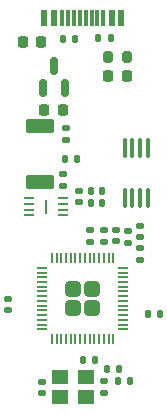
<source format=gbr>
%TF.GenerationSoftware,KiCad,Pcbnew,9.0.1*%
%TF.CreationDate,2026-01-20T01:34:41+00:00*%
%TF.ProjectId,heidi-pico,68656964-692d-4706-9963-6f2e6b696361,rev?*%
%TF.SameCoordinates,Original*%
%TF.FileFunction,Paste,Top*%
%TF.FilePolarity,Positive*%
%FSLAX46Y46*%
G04 Gerber Fmt 4.6, Leading zero omitted, Abs format (unit mm)*
G04 Created by KiCad (PCBNEW 9.0.1) date 2026-01-20 01:34:41*
%MOMM*%
%LPD*%
G01*
G04 APERTURE LIST*
G04 Aperture macros list*
%AMRoundRect*
0 Rectangle with rounded corners*
0 $1 Rounding radius*
0 $2 $3 $4 $5 $6 $7 $8 $9 X,Y pos of 4 corners*
0 Add a 4 corners polygon primitive as box body*
4,1,4,$2,$3,$4,$5,$6,$7,$8,$9,$2,$3,0*
0 Add four circle primitives for the rounded corners*
1,1,$1+$1,$2,$3*
1,1,$1+$1,$4,$5*
1,1,$1+$1,$6,$7*
1,1,$1+$1,$8,$9*
0 Add four rect primitives between the rounded corners*
20,1,$1+$1,$2,$3,$4,$5,0*
20,1,$1+$1,$4,$5,$6,$7,0*
20,1,$1+$1,$6,$7,$8,$9,0*
20,1,$1+$1,$8,$9,$2,$3,0*%
G04 Aperture macros list end*
%ADD10RoundRect,0.040000X-0.040000X-0.605000X0.040000X-0.605000X0.040000X0.605000X-0.040000X0.605000X0*%
%ADD11RoundRect,0.062500X-0.387500X-0.062500X0.387500X-0.062500X0.387500X0.062500X-0.387500X0.062500X0*%
%ADD12RoundRect,0.140000X-0.140000X-0.170000X0.140000X-0.170000X0.140000X0.170000X-0.140000X0.170000X0*%
%ADD13RoundRect,0.135000X-0.185000X0.135000X-0.185000X-0.135000X0.185000X-0.135000X0.185000X0.135000X0*%
%ADD14RoundRect,0.218750X-0.218750X-0.256250X0.218750X-0.256250X0.218750X0.256250X-0.218750X0.256250X0*%
%ADD15RoundRect,0.100000X0.100000X-0.712500X0.100000X0.712500X-0.100000X0.712500X-0.100000X-0.712500X0*%
%ADD16RoundRect,0.150000X0.150000X-0.587500X0.150000X0.587500X-0.150000X0.587500X-0.150000X-0.587500X0*%
%ADD17RoundRect,0.140000X0.170000X-0.140000X0.170000X0.140000X-0.170000X0.140000X-0.170000X-0.140000X0*%
%ADD18RoundRect,0.140000X-0.170000X0.140000X-0.170000X-0.140000X0.170000X-0.140000X0.170000X0.140000X0*%
%ADD19R,0.600000X1.450000*%
%ADD20R,0.300000X1.450000*%
%ADD21RoundRect,0.100000X-1.050000X0.525000X-1.050000X-0.525000X1.050000X-0.525000X1.050000X0.525000X0*%
%ADD22RoundRect,0.249999X-0.395001X-0.395001X0.395001X-0.395001X0.395001X0.395001X-0.395001X0.395001X0*%
%ADD23RoundRect,0.050000X-0.387500X-0.050000X0.387500X-0.050000X0.387500X0.050000X-0.387500X0.050000X0*%
%ADD24RoundRect,0.050000X-0.050000X-0.387500X0.050000X-0.387500X0.050000X0.387500X-0.050000X0.387500X0*%
%ADD25RoundRect,0.135000X0.135000X0.185000X-0.135000X0.185000X-0.135000X-0.185000X0.135000X-0.185000X0*%
%ADD26RoundRect,0.135000X-0.135000X-0.185000X0.135000X-0.185000X0.135000X0.185000X-0.135000X0.185000X0*%
%ADD27R,1.400000X1.200000*%
%ADD28RoundRect,0.200000X0.200000X0.275000X-0.200000X0.275000X-0.200000X-0.275000X0.200000X-0.275000X0*%
%ADD29RoundRect,0.225000X-0.225000X-0.250000X0.225000X-0.250000X0.225000X0.250000X-0.225000X0.250000X0*%
%ADD30RoundRect,0.140000X0.140000X0.170000X-0.140000X0.170000X-0.140000X-0.170000X0.140000X-0.170000X0*%
%ADD31RoundRect,0.225000X0.225000X0.250000X-0.225000X0.250000X-0.225000X-0.250000X0.225000X-0.250000X0*%
G04 APERTURE END LIST*
D10*
%TO.C,U3*%
X89250000Y-97000000D03*
D11*
X87825000Y-96250000D03*
X87825000Y-96750000D03*
X87825000Y-97250000D03*
X87825000Y-97750000D03*
X90675000Y-97750000D03*
X90675000Y-97250000D03*
X90675000Y-96750000D03*
X90675000Y-96250000D03*
%TD*%
D12*
%TO.C,C5*%
X93070000Y-95660000D03*
X94030000Y-95660000D03*
%TD*%
%TO.C,C10*%
X94450000Y-110750000D03*
X95410000Y-110750000D03*
%TD*%
D13*
%TO.C,R6*%
X90960000Y-90360000D03*
X90960000Y-91380000D03*
%TD*%
D14*
%TO.C,D1*%
X94522500Y-85950000D03*
X96097500Y-85950000D03*
%TD*%
D15*
%TO.C,U4*%
X95905000Y-96252500D03*
X96555000Y-96252500D03*
X97205000Y-96252500D03*
X97855000Y-96252500D03*
X97855000Y-92027500D03*
X97205000Y-92027500D03*
X96555000Y-92027500D03*
X95905000Y-92027500D03*
%TD*%
D16*
%TO.C,U2*%
X88960000Y-86967500D03*
X90860000Y-86967500D03*
X89910000Y-85092500D03*
%TD*%
D17*
%TO.C,C7*%
X97180000Y-101480000D03*
X97180000Y-100520000D03*
%TD*%
D12*
%TO.C,C8*%
X97920000Y-106080000D03*
X98880000Y-106080000D03*
%TD*%
D18*
%TO.C,C15*%
X94190000Y-111790000D03*
X94190000Y-112750000D03*
%TD*%
D19*
%TO.C,J1*%
X95600000Y-81007000D03*
X94800000Y-81007000D03*
D20*
X93600000Y-81007000D03*
X92600000Y-81007000D03*
X92100000Y-81007000D03*
X91100000Y-81007000D03*
D19*
X89900000Y-81007000D03*
X89100000Y-81007000D03*
X89100000Y-81007000D03*
X89900000Y-81007000D03*
D20*
X90600000Y-81007000D03*
X91600000Y-81007000D03*
X93100000Y-81007000D03*
X94100000Y-81007000D03*
D19*
X94800000Y-81007000D03*
X95600000Y-81007000D03*
%TD*%
D21*
%TO.C,SW1*%
X88720000Y-94955000D03*
X88720000Y-90205000D03*
%TD*%
D22*
%TO.C,U1*%
X91540000Y-103980000D03*
X91540000Y-105580000D03*
X93140000Y-103980000D03*
X93140000Y-105580000D03*
D23*
X88902500Y-102180000D03*
X88902500Y-102580000D03*
X88902500Y-102980000D03*
X88902500Y-103380000D03*
X88902500Y-103780000D03*
X88902500Y-104180000D03*
X88902500Y-104580000D03*
X88902500Y-104980000D03*
X88902500Y-105380000D03*
X88902500Y-105780000D03*
X88902500Y-106180000D03*
X88902500Y-106580000D03*
X88902500Y-106980000D03*
X88902500Y-107380000D03*
D24*
X89740000Y-108217500D03*
X90140000Y-108217500D03*
X90540000Y-108217500D03*
X90940000Y-108217500D03*
X91340000Y-108217500D03*
X91740000Y-108217500D03*
X92140000Y-108217500D03*
X92540000Y-108217500D03*
X92940000Y-108217500D03*
X93340000Y-108217500D03*
X93740000Y-108217500D03*
X94140000Y-108217500D03*
X94540000Y-108217500D03*
X94940000Y-108217500D03*
D23*
X95777500Y-107380000D03*
X95777500Y-106980000D03*
X95777500Y-106580000D03*
X95777500Y-106180000D03*
X95777500Y-105780000D03*
X95777500Y-105380000D03*
X95777500Y-104980000D03*
X95777500Y-104580000D03*
X95777500Y-104180000D03*
X95777500Y-103780000D03*
X95777500Y-103380000D03*
X95777500Y-102980000D03*
X95777500Y-102580000D03*
X95777500Y-102180000D03*
D24*
X94940000Y-101342500D03*
X94540000Y-101342500D03*
X94140000Y-101342500D03*
X93740000Y-101342500D03*
X93340000Y-101342500D03*
X92940000Y-101342500D03*
X92540000Y-101342500D03*
X92140000Y-101342500D03*
X91740000Y-101342500D03*
X91340000Y-101342500D03*
X90940000Y-101342500D03*
X90540000Y-101342500D03*
X90140000Y-101342500D03*
X89740000Y-101342500D03*
%TD*%
D25*
%TO.C,R5*%
X91880000Y-92990000D03*
X90860000Y-92990000D03*
%TD*%
D26*
%TO.C,R3*%
X93690000Y-82750000D03*
X94710000Y-82750000D03*
%TD*%
D12*
%TO.C,C9*%
X93070000Y-96710000D03*
X94030000Y-96710000D03*
%TD*%
D27*
%TO.C,Y1*%
X90450000Y-113120000D03*
X92650000Y-113120000D03*
X92650000Y-111420000D03*
X90450000Y-111420000D03*
%TD*%
D28*
%TO.C,R8*%
X96135000Y-84320000D03*
X94485000Y-84320000D03*
%TD*%
D17*
%TO.C,C1*%
X95150000Y-99920000D03*
X95150000Y-98960000D03*
%TD*%
D25*
%TO.C,R7*%
X93430000Y-109980000D03*
X92410000Y-109980000D03*
%TD*%
%TO.C,R4*%
X91710000Y-82840000D03*
X90690000Y-82840000D03*
%TD*%
D18*
%TO.C,C14*%
X88910000Y-111820000D03*
X88910000Y-112780000D03*
%TD*%
D17*
%TO.C,C11*%
X96180000Y-100060000D03*
X96180000Y-99100000D03*
%TD*%
%TO.C,C2*%
X92050000Y-96620000D03*
X92050000Y-95660000D03*
%TD*%
%TO.C,C16*%
X90670000Y-95230000D03*
X90670000Y-94270000D03*
%TD*%
D29*
%TO.C,C13*%
X87295000Y-83100000D03*
X88845000Y-83100000D03*
%TD*%
D17*
%TO.C,C6*%
X97170000Y-99570000D03*
X97170000Y-98610000D03*
%TD*%
D30*
%TO.C,C3*%
X96340000Y-111750000D03*
X95380000Y-111750000D03*
%TD*%
D13*
%TO.C,R1*%
X92960000Y-98950000D03*
X92960000Y-99970000D03*
%TD*%
D31*
%TO.C,C12*%
X90660000Y-88780000D03*
X89110000Y-88780000D03*
%TD*%
D13*
%TO.C,R2*%
X94140000Y-98950000D03*
X94140000Y-99970000D03*
%TD*%
D17*
%TO.C,C4*%
X86000000Y-105740000D03*
X86000000Y-104780000D03*
%TD*%
M02*

</source>
